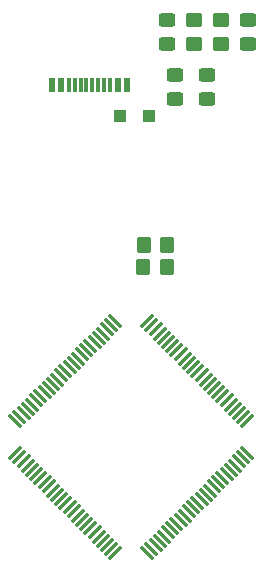
<source format=gtp>
%TF.GenerationSoftware,KiCad,Pcbnew,6.0.11+dfsg-1~bpo11+1*%
%TF.CreationDate,2023-05-10T08:43:11-04:00*%
%TF.ProjectId,proto-stm32f427,70726f74-6f2d-4737-946d-333266343237,rev?*%
%TF.SameCoordinates,Original*%
%TF.FileFunction,Paste,Top*%
%TF.FilePolarity,Positive*%
%FSLAX46Y46*%
G04 Gerber Fmt 4.6, Leading zero omitted, Abs format (unit mm)*
G04 Created by KiCad (PCBNEW 6.0.11+dfsg-1~bpo11+1) date 2023-05-10 08:43:11*
%MOMM*%
%LPD*%
G01*
G04 APERTURE LIST*
G04 Aperture macros list*
%AMRoundRect*
0 Rectangle with rounded corners*
0 $1 Rounding radius*
0 $2 $3 $4 $5 $6 $7 $8 $9 X,Y pos of 4 corners*
0 Add a 4 corners polygon primitive as box body*
4,1,4,$2,$3,$4,$5,$6,$7,$8,$9,$2,$3,0*
0 Add four circle primitives for the rounded corners*
1,1,$1+$1,$2,$3*
1,1,$1+$1,$4,$5*
1,1,$1+$1,$6,$7*
1,1,$1+$1,$8,$9*
0 Add four rect primitives between the rounded corners*
20,1,$1+$1,$2,$3,$4,$5,0*
20,1,$1+$1,$4,$5,$6,$7,0*
20,1,$1+$1,$6,$7,$8,$9,0*
20,1,$1+$1,$8,$9,$2,$3,0*%
%AMRotRect*
0 Rectangle, with rotation*
0 The origin of the aperture is its center*
0 $1 length*
0 $2 width*
0 $3 Rotation angle, in degrees counterclockwise*
0 Add horizontal line*
21,1,$1,$2,0,0,$3*%
G04 Aperture macros list end*
%ADD10RoundRect,0.250000X-0.450000X0.325000X-0.450000X-0.325000X0.450000X-0.325000X0.450000X0.325000X0*%
%ADD11RoundRect,0.250000X0.450000X-0.325000X0.450000X0.325000X-0.450000X0.325000X-0.450000X-0.325000X0*%
%ADD12RoundRect,0.250000X-0.450000X0.350000X-0.450000X-0.350000X0.450000X-0.350000X0.450000X0.350000X0*%
%ADD13RotRect,1.500000X0.280000X45.000000*%
%ADD14RotRect,1.500000X0.280000X135.000000*%
%ADD15RoundRect,0.250000X0.350000X0.450000X-0.350000X0.450000X-0.350000X-0.450000X0.350000X-0.450000X0*%
%ADD16R,1.000000X1.000000*%
%ADD17R,0.600000X1.150000*%
%ADD18R,0.300000X1.150000*%
G04 APERTURE END LIST*
D10*
X145034000Y-109719000D03*
X145034000Y-111769000D03*
X151892000Y-109719000D03*
X151892000Y-111769000D03*
D11*
X145700000Y-116425000D03*
X145700000Y-114375000D03*
D12*
X149606000Y-109744000D03*
X149606000Y-111744000D03*
X147320000Y-109744000D03*
X147320000Y-111744000D03*
D13*
X132157216Y-146377503D03*
X132510769Y-146731056D03*
X132864323Y-147084610D03*
X133217876Y-147438163D03*
X133571429Y-147791716D03*
X133924983Y-148145270D03*
X134278536Y-148498823D03*
X134632089Y-148852377D03*
X134985643Y-149205930D03*
X135339196Y-149559483D03*
X135692750Y-149913037D03*
X136046303Y-150266590D03*
X136399856Y-150620144D03*
X136753410Y-150973697D03*
X137106963Y-151327250D03*
X137460517Y-151680804D03*
X137814070Y-152034357D03*
X138167623Y-152387911D03*
X138521177Y-152741464D03*
X138874730Y-153095017D03*
X139228284Y-153448571D03*
X139581837Y-153802124D03*
X139935390Y-154155677D03*
X140288944Y-154509231D03*
X140642497Y-154862784D03*
D14*
X143329503Y-154862784D03*
X143683056Y-154509231D03*
X144036610Y-154155677D03*
X144390163Y-153802124D03*
X144743716Y-153448571D03*
X145097270Y-153095017D03*
X145450823Y-152741464D03*
X145804377Y-152387911D03*
X146157930Y-152034357D03*
X146511483Y-151680804D03*
X146865037Y-151327250D03*
X147218590Y-150973697D03*
X147572144Y-150620144D03*
X147925697Y-150266590D03*
X148279250Y-149913037D03*
X148632804Y-149559483D03*
X148986357Y-149205930D03*
X149339911Y-148852377D03*
X149693464Y-148498823D03*
X150047017Y-148145270D03*
X150400571Y-147791716D03*
X150754124Y-147438163D03*
X151107677Y-147084610D03*
X151461231Y-146731056D03*
X151814784Y-146377503D03*
D13*
X151814784Y-143690497D03*
X151461231Y-143336944D03*
X151107677Y-142983390D03*
X150754124Y-142629837D03*
X150400571Y-142276284D03*
X150047017Y-141922730D03*
X149693464Y-141569177D03*
X149339911Y-141215623D03*
X148986357Y-140862070D03*
X148632804Y-140508517D03*
X148279250Y-140154963D03*
X147925697Y-139801410D03*
X147572144Y-139447856D03*
X147218590Y-139094303D03*
X146865037Y-138740750D03*
X146511483Y-138387196D03*
X146157930Y-138033643D03*
X145804377Y-137680089D03*
X145450823Y-137326536D03*
X145097270Y-136972983D03*
X144743716Y-136619429D03*
X144390163Y-136265876D03*
X144036610Y-135912323D03*
X143683056Y-135558769D03*
X143329503Y-135205216D03*
D14*
X140642497Y-135205216D03*
X140288944Y-135558769D03*
X139935390Y-135912323D03*
X139581837Y-136265876D03*
X139228284Y-136619429D03*
X138874730Y-136972983D03*
X138521177Y-137326536D03*
X138167623Y-137680089D03*
X137814070Y-138033643D03*
X137460517Y-138387196D03*
X137106963Y-138740750D03*
X136753410Y-139094303D03*
X136399856Y-139447856D03*
X136046303Y-139801410D03*
X135692750Y-140154963D03*
X135339196Y-140508517D03*
X134985643Y-140862070D03*
X134632089Y-141215623D03*
X134278536Y-141569177D03*
X133924983Y-141922730D03*
X133571429Y-142276284D03*
X133217876Y-142629837D03*
X132864323Y-142983390D03*
X132510769Y-143336944D03*
X132157216Y-143690497D03*
D15*
X145018000Y-128778000D03*
X143018000Y-128778000D03*
D16*
X143490000Y-117856000D03*
X140990000Y-117856000D03*
D11*
X148400000Y-116425000D03*
X148400000Y-114375000D03*
D17*
X141630000Y-115186000D03*
X140830000Y-115186000D03*
D18*
X139680000Y-115186000D03*
X138680000Y-115186000D03*
X138180000Y-115186000D03*
X137180000Y-115186000D03*
D17*
X136030000Y-115186000D03*
X135230000Y-115186000D03*
X135230000Y-115186000D03*
X136030000Y-115186000D03*
D18*
X136680000Y-115186000D03*
X137680000Y-115186000D03*
X139180000Y-115186000D03*
X140180000Y-115186000D03*
D17*
X140830000Y-115186000D03*
X141630000Y-115186000D03*
D15*
X145000000Y-130600000D03*
X143000000Y-130600000D03*
M02*

</source>
